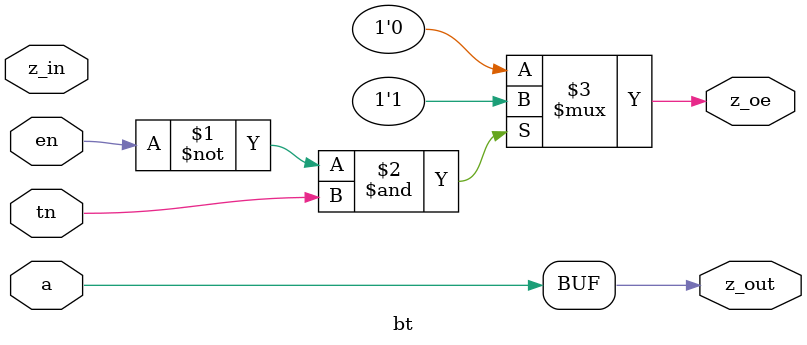
<source format=v>

module bt
(
	output	z_out,
	output	z_oe,
	input		z_in,
	input		a,
	input		en,
	input 	tn
);

assign z_out = a;
assign z_oe = (~en & tn) ? 1'b1 : 1'b0;

endmodule

</source>
